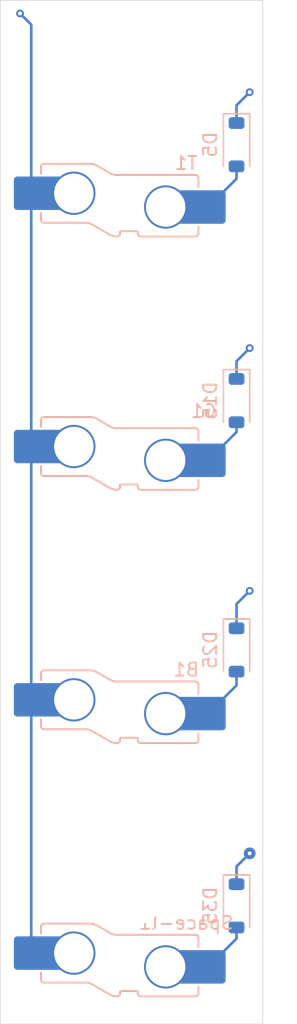
<source format=kicad_pcb>
(kicad_pcb (version 20240108) (generator "pcbnew") (generator_version "8.0")
  (layers (0 "F.Cu" signal) (31 "B.Cu" signal) (34 "B.Paste" user) (35 "F.Paste" user) (36 "B.SilkS" user "B.Silkscreen") (37 "F.SilkS" user "F.Silkscreen") (38 "B.Mask" user) (39 "F.Mask" user) (44 "Edge.Cuts" user))
  (net 0 "")
  (net 1 "Net-(D25-A)")
  (net 2 "Col5")
  (net 3 "unconnected-(D5-K-Pad1)")
  (net 4 "Net-(D5-A)")
  (net 5 "unconnected-(D15-K-Pad1)")
  (net 6 "Net-(D15-A)")
  (net 7 "unconnected-(D25-K-Pad1)")
  (net 8 "Net-(D35-A)")
  (net 9 "unconnected-(D35-K-Pad1)")
  (footprint "PCM_marbastlib-xp-gateron_lp:SW_KS33_HS_KS-2P02B01-02_HS_1u" (layer "B.Cu") (at 109.5 118.1 180)
    (property "Reference" "B1" (at -4.155 -2.4 0) (layer "B.SilkS") (effects (justify mirror)))
    (property "Value" "SW_Push_45deg")
    (fp_line (start 6.896509 -3.2) (end 6.896509 -2.678462) (stroke (width 0.15)) (layer "B.SilkS"))
    (fp_line (start 6.896509 -6.2) (end 6.896509 -6.721538) (stroke (width 0.15)) (layer "B.SilkS"))
    (fp_line (start 6.671525 -2.453491) (end 3.168841 -2.453491) (stroke (width 0.15)) (layer "B.SilkS"))
    (fp_line (start 3.485647 -6.946509) (end 6.671538 -6.946509) (stroke (width 0.15)) (layer "B.SilkS"))
    (fp_line (start 2.63142 -2.597493) (end 1.623227 -3.179574) (stroke (width 0.15)) (layer "B.SilkS"))
    (fp_line (start 1.66858 -7.852507) (end 3.023183 -7.070426) (stroke (width 0.15)) (layer "B.SilkS"))
    (fp_line (start 1.160763 -3.303491) (end -4.871538 -3.303491) (stroke (width 0.15)) (layer "B.SilkS"))
    (fp_line (start 1.103483 -7.996509) (end 1.131159 -7.996509) (stroke (width 0.15)) (layer "B.SilkS"))
    (fp_line (start 0.878483 -7.666366) (end 0.878483 -7.771509) (stroke (width 0.15)) (layer "B.SilkS"))
    (fp_line (start -0.396517 -7.591366) (end 0.803483 -7.591366) (stroke (width 0.15)) (layer "B.SilkS"))
    (fp_line (start -0.471517 -7.772359) (end -0.471517 -7.666366) (stroke (width 0.15)) (layer "B.SilkS"))
    (fp_line (start -4.871547 -7.996509) (end -0.696525 -7.997359) (stroke (width 0.15)) (layer "B.SilkS"))
    (fp_line (start -5.096509 -4.25) (end -5.096509 -3.528462) (stroke (width 0.15)) (layer "B.SilkS"))
    (fp_line (start -5.096509 -7.25) (end -5.096509 -7.771538) (stroke (width 0.15)) (layer "B.SilkS"))
    (fp_arc (start 6.896509 -2.678462) (mid 6.830601 -2.51939) (end 6.671525 -2.453491) (stroke (width 0.15)) (layer "B.SilkS"))
    (fp_arc (start 6.671538 -6.946509) (mid 6.830605 -6.880605) (end 6.896509 -6.721538) (stroke (width 0.15)) (layer "B.SilkS"))
    (fp_arc (start 3.485647 -6.946509) (mid 3.246257 -6.978021) (end 3.023183 -7.070426) (stroke (width 0.15)) (layer "B.SilkS"))
    (fp_arc (start 3.168841 -2.453491) (mid 2.890651 -2.490118) (end 2.63142 -2.597493) (stroke (width 0.15)) (layer "B.SilkS"))
    (fp_arc (start 1.160763 -3.303491) (mid 1.400151 -3.271972) (end 1.623227 -3.179574) (stroke (width 0.15)) (layer "B.SilkS"))
    (fp_arc (start 1.131159 -7.996509) (mid 1.409348 -7.959882) (end 1.66858 -7.852507) (stroke (width 0.15)) (layer "B.SilkS"))
    (fp_arc (start 0.878483 -7.666366) (mid 0.856494 -7.613355) (end 0.803483 -7.591366) (stroke (width 0.15)) (layer "B.SilkS"))
    (fp_arc (start 0.878483 -7.771509) (mid 0.944384 -7.930608) (end 1.103483 -7.996509) (stroke (width 0.15)) (layer "B.SilkS"))
    (fp_arc (start -0.396517 -7.591366) (mid -0.44955 -7.613333) (end -0.471517 -7.666366) (stroke (width 0.15)) (layer "B.SilkS"))
    (fp_arc (start -0.696525 -7.997359) (mid -0.537421 -7.931461) (end -0.471517 -7.772359) (stroke (width 0.15)) (layer "B.SilkS"))
    (fp_arc (start -4.871538 -3.303491) (mid -5.030608 -3.369392) (end -5.096509 -3.528462) (stroke (width 0.15)) (layer "B.SilkS"))
    (fp_arc (start -5.096509 -7.771538) (mid -5.030611 -7.930605) (end -4.871547 -7.996509) (stroke (width 0.15)) (layer "B.SilkS"))
    (pad "" np_thru_hole circle (at 0 0) (size 5.25 5.25) (drill 5.25) (layers "F&B.Cu" "*.Mask"))
    (pad "1" thru_hole circle (at 4.4 -4.7 180) (size 3.3 3.3) (drill 3) (layers "*.Cu" "B.Mask") (net 2 "Col5"))
    (pad "1" smd rect (at 5.95 -4.7 180) (size 1.2 2.55) (layers "B.Cu") (net 2 "Col5"))
    (pad "1" smd roundrect (at 7.645 -4.7 180) (size 2.65 2.55) (layers "B.Cu" "B.Paste" "B.Mask") (roundrect_rratio 0.1) (net 2 "Col5"))
    (pad "2" smd roundrect (at -5.845 -5.75 180) (size 2.65 2.55) (layers "B.Cu" "B.Paste" "B.Mask") (roundrect_rratio 0.1) (net 1 "Net-(D25-A)"))
    (pad "2" smd rect (at -4.15 -5.75) (size 1.2 2.55) (layers "B.Cu") (net 1 "Net-(D25-A)"))
    (pad "2" thru_hole circle (at -2.6 -5.75 180) (size 3.3 3.3) (drill 3) (layers "*.Cu" "B.Mask") (net 1 "Net-(D25-A)"))
  )
  (footprint "Diode_SMD:D_SOD-123" (layer "B.Cu") (at 117.5 119 -90)
    (property "Reference" "D25" (at 0 2 90) (layer "B.SilkS") (effects (justify mirror)))
    (property "Value" "D")
    (fp_line (start 1.65 1) (end -2.36 1) (stroke (width 0.12)) (layer "B.SilkS"))
    (fp_line (start -2.36 -1) (end -2.36 1) (stroke (width 0.12)) (layer "B.SilkS"))
    (fp_line (start 1.65 -1) (end -2.36 -1) (stroke (width 0.12)) (layer "B.SilkS"))
    (pad "1" smd roundrect (at -1.65 0 270) (size 0.9 1.2) (layers "B.Cu" "B.Paste" "B.Mask") (net 7 "unconnected-(D25-K-Pad1)"))
    (pad "2" smd roundrect (at 1.65 0 270) (size 0.9 1.2) (layers "B.Cu" "B.Paste" "B.Mask") (net 1 "Net-(D25-A)"))
  )
  (footprint "Diode_SMD:D_SOD-123" (layer "B.Cu") (at 117.5 80.5 -90)
    (property "Reference" "D5" (at 0 2 90) (layer "B.SilkS") (effects (justify mirror)))
    (property "Value" "D")
    (fp_line (start 1.65 1) (end -2.36 1) (stroke (width 0.12)) (layer "B.SilkS"))
    (fp_line (start -2.36 -1) (end -2.36 1) (stroke (width 0.12)) (layer "B.SilkS"))
    (fp_line (start 1.65 -1) (end -2.36 -1) (stroke (width 0.12)) (layer "B.SilkS"))
    (pad "1" smd roundrect (at -1.65 0 270) (size 0.9 1.2) (layers "B.Cu" "B.Paste" "B.Mask") (net 3 "unconnected-(D5-K-Pad1)"))
    (pad "2" smd roundrect (at 1.65 0 270) (size 0.9 1.2) (layers "B.Cu" "B.Paste" "B.Mask") (net 4 "Net-(D5-A)"))
  )
  (footprint "PCM_marbastlib-xp-gateron_lp:SW_KS33_HS_KS-2P02B01-02_HS_1u" (layer "B.Cu") (at 109.5 79.5 180)
    (property "Reference" "T1" (at -4.155 -2.4 0) (layer "B.SilkS") (effects (justify mirror)))
    (property "Value" "SW_Push_45deg")
    (fp_line (start 6.896509 -3.2) (end 6.896509 -2.678462) (stroke (width 0.15)) (layer "B.SilkS"))
    (fp_line (start 6.896509 -6.2) (end 6.896509 -6.721538) (stroke (width 0.15)) (layer "B.SilkS"))
    (fp_line (start 6.671525 -2.453491) (end 3.168841 -2.453491) (stroke (width 0.15)) (layer "B.SilkS"))
    (fp_line (start 3.485647 -6.946509) (end 6.671538 -6.946509) (stroke (width 0.15)) (layer "B.SilkS"))
    (fp_line (start 2.63142 -2.597493) (end 1.623227 -3.179574) (stroke (width 0.15)) (layer "B.SilkS"))
    (fp_line (start 1.66858 -7.852507) (end 3.023183 -7.070426) (stroke (width 0.15)) (layer "B.SilkS"))
    (fp_line (start 1.160763 -3.303491) (end -4.871538 -3.303491) (stroke (width 0.15)) (layer "B.SilkS"))
    (fp_line (start 1.103483 -7.996509) (end 1.131159 -7.996509) (stroke (width 0.15)) (layer "B.SilkS"))
    (fp_line (start 0.878483 -7.666366) (end 0.878483 -7.771509) (stroke (width 0.15)) (layer "B.SilkS"))
    (fp_line (start -0.396517 -7.591366) (end 0.803483 -7.591366) (stroke (width 0.15)) (layer "B.SilkS"))
    (fp_line (start -0.471517 -7.772359) (end -0.471517 -7.666366) (stroke (width 0.15)) (layer "B.SilkS"))
    (fp_line (start -4.871547 -7.996509) (end -0.696525 -7.997359) (stroke (width 0.15)) (layer "B.SilkS"))
    (fp_line (start -5.096509 -4.25) (end -5.096509 -3.528462) (stroke (width 0.15)) (layer "B.SilkS"))
    (fp_line (start -5.096509 -7.25) (end -5.096509 -7.771538) (stroke (width 0.15)) (layer "B.SilkS"))
    (fp_arc (start 6.896509 -2.678462) (mid 6.830601 -2.51939) (end 6.671525 -2.453491) (stroke (width 0.15)) (layer "B.SilkS"))
    (fp_arc (start 6.671538 -6.946509) (mid 6.830605 -6.880605) (end 6.896509 -6.721538) (stroke (width 0.15)) (layer "B.SilkS"))
    (fp_arc (start 3.485647 -6.946509) (mid 3.246257 -6.978021) (end 3.023183 -7.070426) (stroke (width 0.15)) (layer "B.SilkS"))
    (fp_arc (start 3.168841 -2.453491) (mid 2.890651 -2.490118) (end 2.63142 -2.597493) (stroke (width 0.15)) (layer "B.SilkS"))
    (fp_arc (start 1.160763 -3.303491) (mid 1.400151 -3.271972) (end 1.623227 -3.179574) (stroke (width 0.15)) (layer "B.SilkS"))
    (fp_arc (start 1.131159 -7.996509) (mid 1.409348 -7.959882) (end 1.66858 -7.852507) (stroke (width 0.15)) (layer "B.SilkS"))
    (fp_arc (start 0.878483 -7.666366) (mid 0.856494 -7.613355) (end 0.803483 -7.591366) (stroke (width 0.15)) (layer "B.SilkS"))
    (fp_arc (start 0.878483 -7.771509) (mid 0.944384 -7.930608) (end 1.103483 -7.996509) (stroke (width 0.15)) (layer "B.SilkS"))
    (fp_arc (start -0.396517 -7.591366) (mid -0.44955 -7.613333) (end -0.471517 -7.666366) (stroke (width 0.15)) (layer "B.SilkS"))
    (fp_arc (start -0.696525 -7.997359) (mid -0.537421 -7.931461) (end -0.471517 -7.772359) (stroke (width 0.15)) (layer "B.SilkS"))
    (fp_arc (start -4.871538 -3.303491) (mid -5.030608 -3.369392) (end -5.096509 -3.528462) (stroke (width 0.15)) (layer "B.SilkS"))
    (fp_arc (start -5.096509 -7.771538) (mid -5.030611 -7.930605) (end -4.871547 -7.996509) (stroke (width 0.15)) (layer "B.SilkS"))
    (pad "" np_thru_hole circle (at 0 0) (size 5.25 5.25) (drill 5.25) (layers "F&B.Cu" "*.Mask"))
    (pad "1" thru_hole circle (at 4.4 -4.7 180) (size 3.3 3.3) (drill 3) (layers "*.Cu" "B.Mask") (net 2 "Col5"))
    (pad "1" smd rect (at 5.95 -4.7 180) (size 1.2 2.55) (layers "B.Cu") (net 2 "Col5"))
    (pad "1" smd roundrect (at 7.645 -4.7 180) (size 2.65 2.55) (layers "B.Cu" "B.Paste" "B.Mask") (roundrect_rratio 0.1) (net 2 "Col5"))
    (pad "2" smd roundrect (at -5.845 -5.75 180) (size 2.65 2.55) (layers "B.Cu" "B.Paste" "B.Mask") (roundrect_rratio 0.1) (net 4 "Net-(D5-A)"))
    (pad "2" smd rect (at -4.15 -5.75) (size 1.2 2.55) (layers "B.Cu") (net 4 "Net-(D5-A)"))
    (pad "2" thru_hole circle (at -2.6 -5.75 180) (size 3.3 3.3) (drill 3) (layers "*.Cu" "B.Mask") (net 4 "Net-(D5-A)"))
  )
  (footprint "Diode_SMD:D_SOD-123" (layer "B.Cu") (at 117.5 100 -90)
    (property "Reference" "D15" (at 0 2 90) (layer "B.SilkS") (effects (justify mirror)))
    (property "Value" "D")
    (fp_line (start 1.65 1) (end -2.36 1) (stroke (width 0.12)) (layer "B.SilkS"))
    (fp_line (start -2.36 -1) (end -2.36 1) (stroke (width 0.12)) (layer "B.SilkS"))
    (fp_line (start 1.65 -1) (end -2.36 -1) (stroke (width 0.12)) (layer "B.SilkS"))
    (pad "1" smd roundrect (at -1.65 0 270) (size 0.9 1.2) (layers "B.Cu" "B.Paste" "B.Mask") (net 5 "unconnected-(D15-K-Pad1)"))
    (pad "2" smd roundrect (at 1.65 0 270) (size 0.9 1.2) (layers "B.Cu" "B.Paste" "B.Mask") (net 6 "Net-(D15-A)"))
  )
  (footprint "PCM_marbastlib-xp-gateron_lp:SW_KS33_HS_KS-2P02B01-02_HS_1u" (layer "B.Cu") (at 109.5 137.4 180)
    (property "Reference" "Space-l1" (at -4.155 -2.4 0) (layer "B.SilkS") (effects (justify mirror)))
    (property "Value" "SW_Push_45deg")
    (fp_line (start 6.896509 -3.2) (end 6.896509 -2.678462) (stroke (width 0.15)) (layer "B.SilkS"))
    (fp_line (start 6.896509 -6.2) (end 6.896509 -6.721538) (stroke (width 0.15)) (layer "B.SilkS"))
    (fp_line (start 6.671525 -2.453491) (end 3.168841 -2.453491) (stroke (width 0.15)) (layer "B.SilkS"))
    (fp_line (start 3.485647 -6.946509) (end 6.671538 -6.946509) (stroke (width 0.15)) (layer "B.SilkS"))
    (fp_line (start 2.63142 -2.597493) (end 1.623227 -3.179574) (stroke (width 0.15)) (layer "B.SilkS"))
    (fp_line (start 1.66858 -7.852507) (end 3.023183 -7.070426) (stroke (width 0.15)) (layer "B.SilkS"))
    (fp_line (start 1.160763 -3.303491) (end -4.871538 -3.303491) (stroke (width 0.15)) (layer "B.SilkS"))
    (fp_line (start 1.103483 -7.996509) (end 1.131159 -7.996509) (stroke (width 0.15)) (layer "B.SilkS"))
    (fp_line (start 0.878483 -7.666366) (end 0.878483 -7.771509) (stroke (width 0.15)) (layer "B.SilkS"))
    (fp_line (start -0.396517 -7.591366) (end 0.803483 -7.591366) (stroke (width 0.15)) (layer "B.SilkS"))
    (fp_line (start -0.471517 -7.772359) (end -0.471517 -7.666366) (stroke (width 0.15)) (layer "B.SilkS"))
    (fp_line (start -4.871547 -7.996509) (end -0.696525 -7.997359) (stroke (width 0.15)) (layer "B.SilkS"))
    (fp_line (start -5.096509 -4.25) (end -5.096509 -3.528462) (stroke (width 0.15)) (layer "B.SilkS"))
    (fp_line (start -5.096509 -7.25) (end -5.096509 -7.771538) (stroke (width 0.15)) (layer "B.SilkS"))
    (fp_arc (start 6.896509 -2.678462) (mid 6.830601 -2.51939) (end 6.671525 -2.453491) (stroke (width 0.15)) (layer "B.SilkS"))
    (fp_arc (start 6.671538 -6.946509) (mid 6.830605 -6.880605) (end 6.896509 -6.721538) (stroke (width 0.15)) (layer "B.SilkS"))
    (fp_arc (start 3.485647 -6.946509) (mid 3.246257 -6.978021) (end 3.023183 -7.070426) (stroke (width 0.15)) (layer "B.SilkS"))
    (fp_arc (start 3.168841 -2.453491) (mid 2.890651 -2.490118) (end 2.63142 -2.597493) (stroke (width 0.15)) (layer "B.SilkS"))
    (fp_arc (start 1.160763 -3.303491) (mid 1.400151 -3.271972) (end 1.623227 -3.179574) (stroke (width 0.15)) (layer "B.SilkS"))
    (fp_arc (start 1.131159 -7.996509) (mid 1.409348 -7.959882) (end 1.66858 -7.852507) (stroke (width 0.15)) (layer "B.SilkS"))
    (fp_arc (start 0.878483 -7.666366) (mid 0.856494 -7.613355) (end 0.803483 -7.591366) (stroke (width 0.15)) (layer "B.SilkS"))
    (fp_arc (start 0.878483 -7.771509) (mid 0.944384 -7.930608) (end 1.103483 -7.996509) (stroke (width 0.15)) (layer "B.SilkS"))
    (fp_arc (start -0.396517 -7.591366) (mid -0.44955 -7.613333) (end -0.471517 -7.666366) (stroke (width 0.15)) (layer "B.SilkS"))
    (fp_arc (start -0.696525 -7.997359) (mid -0.537421 -7.931461) (end -0.471517 -7.772359) (stroke (width 0.15)) (layer "B.SilkS"))
    (fp_arc (start -4.871538 -3.303491) (mid -5.030608 -3.369392) (end -5.096509 -3.528462) (stroke (width 0.15)) (layer "B.SilkS"))
    (fp_arc (start -5.096509 -7.771538) (mid -5.030611 -7.930605) (end -4.871547 -7.996509) (stroke (width 0.15)) (layer "B.SilkS"))
    (pad "" np_thru_hole circle (at 0 0) (size 5.25 5.25) (drill 5.25) (layers "F&B.Cu" "*.Mask"))
    (pad "1" thru_hole circle (at 4.4 -4.7 180) (size 3.3 3.3) (drill 3) (layers "*.Cu" "B.Mask") (net 2 "Col5"))
    (pad "1" smd rect (at 5.95 -4.7 180) (size 1.2 2.55) (layers "B.Cu") (net 2 "Col5"))
    (pad "1" smd roundrect (at 7.645 -4.7 180) (size 2.65 2.55) (layers "B.Cu" "B.Paste" "B.Mask") (roundrect_rratio 0.1) (net 2 "Col5"))
    (pad "2" smd roundrect (at -5.845 -5.75 180) (size 2.65 2.55) (layers "B.Cu" "B.Paste" "B.Mask") (roundrect_rratio 0.1) (net 8 "Net-(D35-A)"))
    (pad "2" smd rect (at -4.15 -5.75) (size 1.2 2.55) (layers "B.Cu") (net 8 "Net-(D35-A)"))
    (pad "2" thru_hole circle (at -2.6 -5.75 180) (size 3.3 3.3) (drill 3) (layers "*.Cu" "B.Mask") (net 8 "Net-(D35-A)"))
  )
  (footprint "Diode_SMD:D_SOD-123" (layer "B.Cu") (at 117.5 138.5 -90)
    (property "Reference" "D35" (at 0 2 90) (layer "B.SilkS") (effects (justify mirror)))
    (property "Value" "D")
    (fp_line (start 1.65 1) (end -2.36 1) (stroke (width 0.12)) (layer "B.SilkS"))
    (fp_line (start -2.36 -1) (end -2.36 1) (stroke (width 0.12)) (layer "B.SilkS"))
    (fp_line (start 1.65 -1) (end -2.36 -1) (stroke (width 0.12)) (layer "B.SilkS"))
    (pad "1" smd roundrect (at -1.65 0 270) (size 0.9 1.2) (layers "B.Cu" "B.Paste" "B.Mask") (net 9 "unconnected-(D35-K-Pad1)"))
    (pad "2" smd roundrect (at 1.65 0 270) (size 0.9 1.2) (layers "B.Cu" "B.Paste" "B.Mask") (net 8 "Net-(D35-A)"))
  )
  (footprint "PCM_marbastlib-xp-gateron_lp:SW_KS33_HS_KS-2P02B01-02_HS_1u" (layer "B.Cu") (at 109.5 98.8 180)
    (property "Reference" "G1" (at -5.5 -2 0) (layer "B.SilkS") (effects (justify mirror)))
    (property "Value" "SW_Push_45deg")
    (fp_line (start 6.896509 -3.2) (end 6.896509 -2.678462) (stroke (width 0.15)) (layer "B.SilkS"))
    (fp_line (start 6.896509 -6.2) (end 6.896509 -6.721538) (stroke (width 0.15)) (layer "B.SilkS"))
    (fp_line (start 6.671525 -2.453491) (end 3.168841 -2.453491) (stroke (width 0.15)) (layer "B.SilkS"))
    (fp_line (start 3.485647 -6.946509) (end 6.671538 -6.946509) (stroke (width 0.15)) (layer "B.SilkS"))
    (fp_line (start 2.63142 -2.597493) (end 1.623227 -3.179574) (stroke (width 0.15)) (layer "B.SilkS"))
    (fp_line (start 1.66858 -7.852507) (end 3.023183 -7.070426) (stroke (width 0.15)) (layer "B.SilkS"))
    (fp_line (start 1.160763 -3.303491) (end -4.871538 -3.303491) (stroke (width 0.15)) (layer "B.SilkS"))
    (fp_line (start 1.103483 -7.996509) (end 1.131159 -7.996509) (stroke (width 0.15)) (layer "B.SilkS"))
    (fp_line (start 0.878483 -7.666366) (end 0.878483 -7.771509) (stroke (width 0.15)) (layer "B.SilkS"))
    (fp_line (start -0.396517 -7.591366) (end 0.803483 -7.591366) (stroke (width 0.15)) (layer "B.SilkS"))
    (fp_line (start -0.471517 -7.772359) (end -0.471517 -7.666366) (stroke (width 0.15)) (layer "B.SilkS"))
    (fp_line (start -4.871547 -7.996509) (end -0.696525 -7.997359) (stroke (width 0.15)) (layer "B.SilkS"))
    (fp_line (start -5.096509 -4.25) (end -5.096509 -3.528462) (stroke (width 0.15)) (layer "B.SilkS"))
    (fp_line (start -5.096509 -7.25) (end -5.096509 -7.771538) (stroke (width 0.15)) (layer "B.SilkS"))
    (fp_arc (start 6.896509 -2.678462) (mid 6.830601 -2.51939) (end 6.671525 -2.453491) (stroke (width 0.15)) (layer "B.SilkS"))
    (fp_arc (start 6.671538 -6.946509) (mid 6.830605 -6.880605) (end 6.896509 -6.721538) (stroke (width 0.15)) (layer "B.SilkS"))
    (fp_arc (start 3.485647 -6.946509) (mid 3.246257 -6.978021) (end 3.023183 -7.070426) (stroke (width 0.15)) (layer "B.SilkS"))
    (fp_arc (start 3.168841 -2.453491) (mid 2.890651 -2.490118) (end 2.63142 -2.597493) (stroke (width 0.15)) (layer "B.SilkS"))
    (fp_arc (start 1.160763 -3.303491) (mid 1.400151 -3.271972) (end 1.623227 -3.179574) (stroke (width 0.15)) (layer "B.SilkS"))
    (fp_arc (start 1.131159 -7.996509) (mid 1.409348 -7.959882) (end 1.66858 -7.852507) (stroke (width 0.15)) (layer "B.SilkS"))
    (fp_arc (start 0.878483 -7.666366) (mid 0.856494 -7.613355) (end 0.803483 -7.591366) (stroke (width 0.15)) (layer "B.SilkS"))
    (fp_arc (start 0.878483 -7.771509) (mid 0.944384 -7.930608) (end 1.103483 -7.996509) (stroke (width 0.15)) (layer "B.SilkS"))
    (fp_arc (start -0.396517 -7.591366) (mid -0.44955 -7.613333) (end -0.471517 -7.666366) (stroke (width 0.15)) (layer "B.SilkS"))
    (fp_arc (start -0.696525 -7.997359) (mid -0.537421 -7.931461) (end -0.471517 -7.772359) (stroke (width 0.15)) (layer "B.SilkS"))
    (fp_arc (start -4.871538 -3.303491) (mid -5.030608 -3.369392) (end -5.096509 -3.528462) (stroke (width 0.15)) (layer "B.SilkS"))
    (fp_arc (start -5.096509 -7.771538) (mid -5.030611 -7.930605) (end -4.871547 -7.996509) (stroke (width 0.15)) (layer "B.SilkS"))
    (pad "" np_thru_hole circle (at 0 0) (size 5.25 5.25) (drill 5.25) (layers "F&B.Cu" "*.Mask"))
    (pad "1" thru_hole circle (at 4.4 -4.7 180) (size 3.3 3.3) (drill 3) (layers "*.Cu" "B.Mask") (net 2 "Col5"))
    (pad "1" smd rect (at 5.95 -4.7 180) (size 1.2 2.55) (layers "B.Cu") (net 2 "Col5"))
    (pad "1" smd roundrect (at 7.645 -4.7 180) (size 2.65 2.55) (layers "B.Cu" "B.Paste" "B.Mask") (roundrect_rratio 0.1) (net 2 "Col5"))
    (pad "2" smd roundrect (at -5.845 -5.75 180) (size 2.65 2.55) (layers "B.Cu" "B.Paste" "B.Mask") (roundrect_rratio 0.1) (net 6 "Net-(D15-A)"))
    (pad "2" smd rect (at -4.15 -5.75) (size 1.2 2.55) (layers "B.Cu") (net 6 "Net-(D15-A)"))
    (pad "2" thru_hole circle (at -2.6 -5.75 180) (size 3.3 3.3) (drill 3) (layers "*.Cu" "B.Mask") (net 6 "Net-(D15-A)"))
  )
  (gr_rect (start 99.5 69.5) (end 119.5 147.5) (stroke (width 0.05)) (fill none) (layer "Edge.Cuts"))
  (segment (start 117.5 121.695) (end 117.5 120.65) (width 0.2) (layer "B.Cu") (net 1))
  (segment (start 115.345 123.85) (end 117.5 121.695) (width 0.2) (layer "B.Cu") (net 1))
  (via (at 101 70.5) (size 0.6) (drill 0.3) (layers "F.Cu" "B.Cu") (net 2))
  (segment (start 101.855 122.8) (end 101.855 103.5) (width 0.2) (layer "B.Cu") (net 2))
  (segment (start 101.855 71.355) (end 101 70.5) (width 0.2) (layer "B.Cu") (net 2))
  (segment (start 101.855 84.2) (end 101.855 71.355) (width 0.2) (layer "B.Cu") (net 2))
  (segment (start 101.855 103.5) (end 101.855 84.2) (width 0.2) (layer "B.Cu") (net 2))
  (segment (start 101.855 142.1) (end 101.855 122.8) (width 0.2) (layer "B.Cu") (net 2))
  (via (at 118.5 76.5) (size 0.6) (drill 0.3) (layers "F.Cu" "B.Cu") (net 3))
  (segment (start 117.5 77.5) (end 118.5 76.5) (width 0.2) (layer "B.Cu") (net 3))
  (segment (start 117.5 78.85) (end 117.5 77.5) (width 0.2) (layer "B.Cu") (net 3))
  (segment (start 117.5 83.095) (end 117.5 82.15) (width 0.2) (layer "B.Cu") (net 4))
  (segment (start 115.345 85.25) (end 117.5 83.095) (width 0.2) (layer "B.Cu") (net 4))
  (via (at 118.5 96) (size 0.6) (drill 0.3) (layers "F.Cu" "B.Cu") (net 5))
  (segment (start 117.5 97) (end 118.5 96) (width 0.2) (layer "B.Cu") (net 5))
  (segment (start 117.5 98.35) (end 117.5 97) (width 0.2) (layer "B.Cu") (net 5))
  (segment (start 115.345 104.55) (end 117.5 102.395) (width 0.2) (layer "B.Cu") (net 6))
  (segment (start 117.5 102.395) (end 117.5 101.65) (width 0.2) (layer "B.Cu") (net 6))
  (via (at 118.5 114.5) (size 0.6) (drill 0.3) (layers "F.Cu" "B.Cu") (net 7))
  (segment (start 117.5 115.5) (end 118.5 114.5) (width 0.2) (layer "B.Cu") (net 7))
  (segment (start 117.5 117.35) (end 117.5 115.5) (width 0.2) (layer "B.Cu") (net 7))
  (segment (start 117.5 140.995) (end 117.5 140.15) (width 0.2) (layer "B.Cu") (net 8))
  (segment (start 115.345 143.15) (end 117.5 140.995) (width 0.2) (layer "B.Cu") (net 8))
  (via (at 118.5 134.5) (size 0.9) (drill 0.3) (layers "F.Cu" "B.Cu") (net 9))
  (segment (start 117.5 135.5) (end 118.5 134.5) (width 0.2) (layer "B.Cu") (net 9))
  (segment (start 117.5 136.85) (end 117.5 135.5) (width 0.2) (layer "B.Cu") (net 9))
)
</source>
